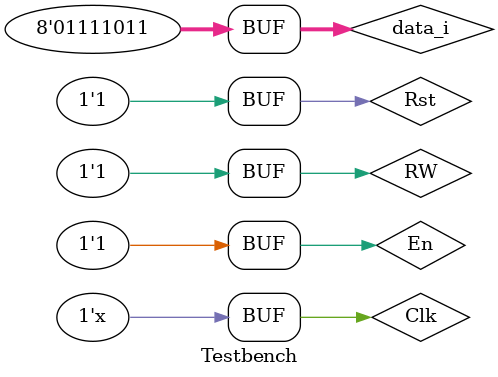
<source format=v>
`timescale 1ns/1ps

module Testbench();
    reg Rst, RW, En, Clk;
    reg [7:0] data_i;
    wire [7:0] data_o;
    wire empty, full;
    
    parameter waittime = 50;
    
    initial begin
        Rst = 0;
        RW = 0;
        En = 0;
        data_i = 0;
        #waittime;
        Rst = 1'b1;
        En = 1'b1;
        data_i = 8'd115;
        #waittime;
        En = 1'b0;
        #waittime;
        data_i = 8'd123;
        En = 1'b1;
        #waittime;
        En = 1'b0;
        #waittime;
        RW = 1'b1;
        En = 1'b1;
        #waittime; #waittime;
        //#2000 $finish;
    end

    always @ (Clk) #50 Clk <= ~Clk;

    Queue Queue_Inst(
        .Rst_i(Rst),
        .RW_i(RW),
        .En_i(En),
        .data_i(data_i),
        .data_o(data_o),
        .empty_o(empty),
        .full_o(full),
        .Clk_i(Clk)
    );
endmodule

</source>
